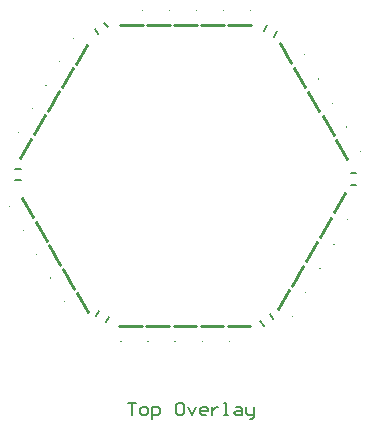
<source format=gto>
G04*
G04 #@! TF.GenerationSoftware,Altium Limited,Altium Designer,24.6.1 (21)*
G04*
G04 Layer_Color=65535*
%FSLAX25Y25*%
%MOIN*%
G70*
G04*
G04 #@! TF.SameCoordinates,E7EFAE83-DE6B-43C8-B1E7-83CE5A6567CB*
G04*
G04*
G04 #@! TF.FilePolarity,Positive*
G04*
G01*
G75*
%ADD10C,0.00300*%
%ADD11C,0.01000*%
%ADD12C,0.00600*%
%ADD13C,0.00500*%
D10*
X100879Y32143D02*
X100776Y32217D01*
X121909Y40565D02*
X121794Y40513D01*
X126409Y48465D02*
X126294Y48413D01*
X131109Y56565D02*
X130994Y56513D01*
X135809Y64565D02*
X135694Y64513D01*
X140381Y72923D02*
X140266Y72871D01*
X144558Y95664D02*
X144545Y95539D01*
X140058Y103764D02*
X140045Y103639D01*
X135258Y111664D02*
X135246Y111539D01*
X130494Y119798D02*
X130481Y119672D01*
X125858Y127864D02*
X125846Y127739D01*
X91853Y32143D02*
X91751Y32217D01*
X107821Y142516D02*
X107924Y142442D01*
X98821Y142516D02*
X98924Y142442D01*
X89821Y142516D02*
X89924Y142442D01*
X80821Y142516D02*
X80924Y142442D01*
X71821Y142516D02*
X71924Y142442D01*
X48948Y133220D02*
X49063Y133271D01*
X44248Y125520D02*
X44363Y125571D01*
X39648Y117620D02*
X39763Y117671D01*
X35084Y109807D02*
X35199Y109859D01*
X30448Y101919D02*
X30563Y101971D01*
X27663Y77087D02*
X27676Y77212D01*
X32363Y69087D02*
X32375Y69212D01*
X36663Y61187D02*
X36676Y61312D01*
X41263Y53287D02*
X41275Y53412D01*
X45998Y45420D02*
X46011Y45546D01*
X64779Y32143D02*
X64676Y32217D01*
X73804Y32243D02*
X73701Y32317D01*
X82828Y32243D02*
X82726Y32317D01*
D11*
X100485Y37261D02*
X107965D01*
X117279Y42783D02*
X121019Y49261D01*
X121779Y50683D02*
X125520Y57161D01*
X126479Y58783D02*
X130219Y65261D01*
X131179Y66783D02*
X134920Y73261D01*
X135751Y75141D02*
X139491Y81619D01*
X136583Y99242D02*
X140323Y92764D01*
X132082Y107342D02*
X135823Y100864D01*
X127283Y115242D02*
X131023Y108764D01*
X122518Y123376D02*
X126258Y116898D01*
X117883Y131442D02*
X121623Y124964D01*
X91460Y37261D02*
X98940D01*
X100735Y137398D02*
X108215D01*
X91735D02*
X99215D01*
X82735D02*
X90215D01*
X73735D02*
X81215D01*
X64735D02*
X72215D01*
X49837Y124523D02*
X53577Y131001D01*
X45137Y116823D02*
X48877Y123301D01*
X40537Y108923D02*
X44277Y115401D01*
X35973Y101111D02*
X39713Y107589D01*
X31337Y93223D02*
X35077Y99701D01*
X31898Y79987D02*
X35638Y73509D01*
X36598Y71987D02*
X40339Y65509D01*
X40898Y64087D02*
X44638Y57609D01*
X45498Y56187D02*
X49238Y49709D01*
X50234Y48320D02*
X53974Y41842D01*
X64385Y37261D02*
X71865Y37261D01*
X73410Y37361D02*
X80890D01*
X82435D02*
X89915D01*
D12*
X56595Y40484D02*
X57579Y42189D01*
X60005Y38516D02*
X60989Y40220D01*
X111358Y38883D02*
X112487Y37271D01*
X114583Y41142D02*
X115712Y39529D01*
X29628Y89669D02*
X31597Y89669D01*
X29628Y85732D02*
X31597Y85732D01*
X59312Y138329D02*
X60442Y136717D01*
X56087Y136071D02*
X57217Y134458D01*
X115920Y133711D02*
X116905Y135416D01*
X112511Y135679D02*
X113495Y137384D01*
X141431Y84131D02*
X143400Y84131D01*
X141431Y88068D02*
X143400Y88068D01*
D13*
X67400Y11547D02*
X70066D01*
X68733D01*
Y7548D01*
X72065D02*
X73398D01*
X74064Y8214D01*
Y9547D01*
X73398Y10214D01*
X72065D01*
X71399Y9547D01*
Y8214D01*
X72065Y7548D01*
X75397Y6215D02*
Y10214D01*
X77397D01*
X78063Y9547D01*
Y8214D01*
X77397Y7548D01*
X75397D01*
X85394Y11547D02*
X84061D01*
X83395Y10880D01*
Y8214D01*
X84061Y7548D01*
X85394D01*
X86061Y8214D01*
Y10880D01*
X85394Y11547D01*
X87394Y10214D02*
X88726Y7548D01*
X90059Y10214D01*
X93392Y7548D02*
X92059D01*
X91392Y8214D01*
Y9547D01*
X92059Y10214D01*
X93392D01*
X94058Y9547D01*
Y8881D01*
X91392D01*
X95391Y10214D02*
Y7548D01*
Y8881D01*
X96057Y9547D01*
X96724Y10214D01*
X97390D01*
X99390Y7548D02*
X100723D01*
X100056D01*
Y11547D01*
X99390D01*
X103388Y10214D02*
X104721D01*
X105388Y9547D01*
Y7548D01*
X103388D01*
X102722Y8214D01*
X103388Y8881D01*
X105388D01*
X106721Y10214D02*
Y8214D01*
X107387Y7548D01*
X109386D01*
Y6882D01*
X108720Y6215D01*
X108054D01*
X109386Y7548D02*
Y10214D01*
M02*

</source>
